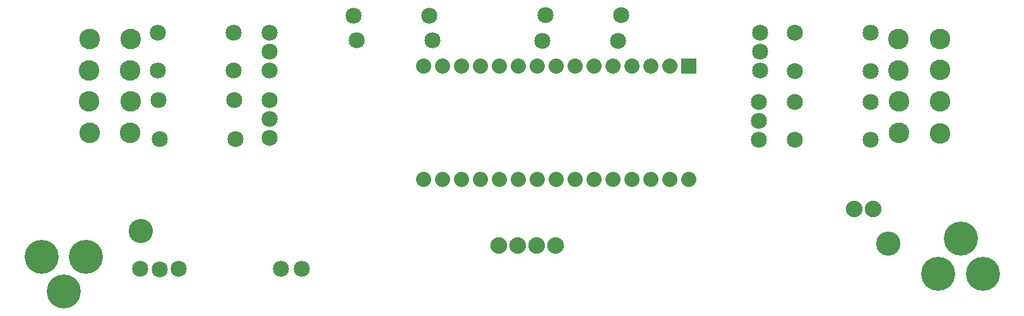
<source format=gbs>
G04 MADE WITH FRITZING*
G04 WWW.FRITZING.ORG*
G04 DOUBLE SIDED*
G04 HOLES PLATED*
G04 CONTOUR ON CENTER OF CONTOUR VECTOR*
%ASAXBY*%
%FSLAX23Y23*%
%MOIN*%
%OFA0B0*%
%SFA1.0B1.0*%
%ADD10C,0.128110*%
%ADD11C,0.109055*%
%ADD12C,0.080000*%
%ADD13C,0.085000*%
%ADD14C,0.088000*%
%ADD15C,0.180000*%
%ADD16R,0.080000X0.079972*%
%ADD17R,0.001000X0.001000*%
%LNMASK0*%
G90*
G70*
G54D10*
X656Y465D03*
X4604Y398D03*
G54D11*
X388Y1484D03*
G54D12*
X3550Y1341D03*
X3450Y1341D03*
X3350Y1341D03*
X3250Y1341D03*
X3150Y1341D03*
X3050Y1341D03*
X2950Y1341D03*
X2850Y1341D03*
X2750Y1341D03*
X2650Y1341D03*
X2550Y1341D03*
X2450Y1341D03*
X2350Y1341D03*
X2250Y1341D03*
X2150Y1341D03*
X3550Y741D03*
X3450Y741D03*
X3350Y741D03*
X3250Y741D03*
X3150Y741D03*
X3050Y741D03*
X2950Y741D03*
X2850Y741D03*
X2750Y741D03*
X2650Y741D03*
X2550Y741D03*
X2450Y741D03*
X2350Y741D03*
X2250Y741D03*
X2150Y741D03*
G54D11*
X4876Y1318D03*
X4876Y1153D03*
G54D13*
X1338Y1516D03*
X1338Y1416D03*
X1338Y1316D03*
X1337Y958D03*
X1337Y1058D03*
X1337Y1158D03*
X3921Y949D03*
X3921Y1049D03*
X3921Y1149D03*
X3927Y1516D03*
X3927Y1416D03*
X3927Y1316D03*
X3195Y1608D03*
X2795Y1608D03*
X3178Y1473D03*
X2778Y1473D03*
X1798Y1477D03*
X2198Y1477D03*
X1781Y1605D03*
X2181Y1605D03*
G54D11*
X4877Y1483D03*
X604Y1482D03*
X4658Y1482D03*
X385Y1152D03*
X4660Y987D03*
X602Y986D03*
X385Y1316D03*
X4658Y1317D03*
X4662Y1152D03*
X603Y1153D03*
X601Y1317D03*
X388Y986D03*
X4876Y984D03*
G54D13*
X4510Y1313D03*
X4110Y1313D03*
X4512Y1148D03*
X4112Y1148D03*
X749Y1316D03*
X1149Y1316D03*
X752Y1158D03*
X1152Y1158D03*
G54D14*
X4423Y584D03*
X4523Y584D03*
X2546Y390D03*
X2646Y390D03*
X2746Y390D03*
X2846Y390D03*
G54D13*
X759Y264D03*
X1509Y266D03*
X857Y265D03*
X1399Y266D03*
X655Y265D03*
G54D15*
X4868Y241D03*
X5104Y241D03*
X4986Y426D03*
X369Y331D03*
X133Y331D03*
X251Y146D03*
G54D13*
X4111Y1515D03*
X4511Y1515D03*
X4112Y949D03*
X4512Y949D03*
X1157Y954D03*
X757Y954D03*
X1149Y1517D03*
X749Y1517D03*
G54D16*
X3550Y1341D03*
G54D17*
D02*
G04 End of Mask0*
M02*
</source>
